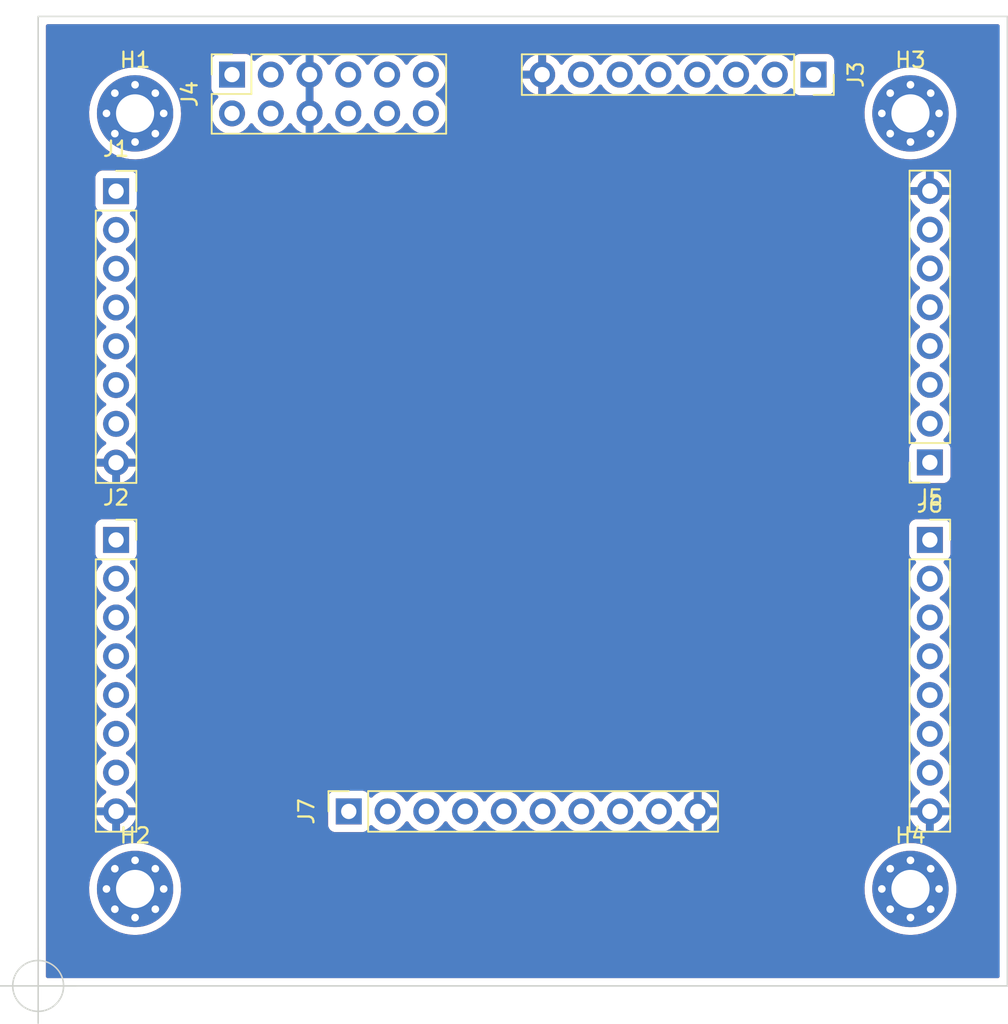
<source format=kicad_pcb>
(kicad_pcb (version 20211014) (generator pcbnew)
  (layers (0 "F.Cu" signal) (31 "B.Cu" signal) (34 "B.Paste" user) (35 "F.Paste" user) (36 "B.SilkS" user "B.Silkscreen") (37 "F.SilkS" user "F.Silkscreen") (38 "B.Mask" user) (39 "F.Mask" user) (44 "Edge.Cuts" user))
  (net 0 "")
  (net 1 "P1-0")
  (net 2 "P1-1")
  (net 3 "P1-2")
  (net 4 "P3-0")
  (net 5 "P3-1")
  (net 6 "P3-2")
  (net 7 "P3-3")
  (net 8 "GND")
  (net 9 "P4-7")
  (net 10 "P7-0")
  (net 11 "P7-1")
  (net 12 "P8-0")
  (net 13 "P1-3")
  (net 14 "P1-4")
  (net 15 "P1-5")
  (net 16 "P2-7")
  (net 17 "P2-3")
  (net 18 "P2-4")
  (net 19 "P5-4")
  (net 20 "P5-5")
  (net 21 "P5-6")
  (net 22 "P5-7")
  (net 23 "P2-2")
  (net 24 "P3-4")
  (net 25 "P3-5")
  (net 26 "P3-6")
  (net 27 "P3-7")
  (net 28 "P1-6")
  (net 29 "P1-7")
  (net 30 "P5-0")
  (net 31 "P5-1")
  (net 32 "P5-2")
  (net 33 "P5-3")
  (net 34 "P4-4")
  (net 35 "P4-5")
  (net 36 "P4-6")
  (net 37 "P7-2")
  (net 38 "P7-3")
  (net 39 "P7-4")
  (net 40 "P4-0")
  (net 41 "P4-1")
  (net 42 "P4-2")
  (net 43 "P4-3")
  (net 44 "P2-5")
  (net 45 "P2-6")
  (net 46 "5V")
  (net 47 "VCC")
  (net 48 "1")
  (net 49 "2")
  (net 50 "3")
  (net 51 "4")
  (net 52 "5")
  (net 53 "6")
  (footprint "Connector_PinSocket_2.54mm:PinSocket_1x08_P2.54mm_Vertical" (layer "F.Cu") (at 171.1706 110.236)
    (fp_text reference "J5" (at 0 -2.77) (layer "F.SilkS"))
    (fp_text value "Conn_34-40")
    (fp_line (start 1.33 1.27) (end 1.33 19.11) (layer "F.SilkS") (width 0.12))
    (fp_line (start -1.33 1.27) (end 1.33 1.27) (layer "F.SilkS") (width 0.12))
    (fp_line (start -1.33 1.27) (end -1.33 19.11) (layer "F.SilkS") (width 0.12))
    (fp_line (start -1.33 19.11) (end 1.33 19.11) (layer "F.SilkS") (width 0.12))
    (fp_line (start 0 -1.33) (end 1.33 -1.33) (layer "F.SilkS") (width 0.12))
    (fp_line (start 1.33 -1.33) (end 1.33 0) (layer "F.SilkS") (width 0.12))
    (pad "1" thru_hole rect locked (at 0 0) (size 1.7 1.7) (drill 1) (layers *.Cu *.Mask) (net 23 "P2-2"))
    (pad "2" thru_hole oval locked (at 0 2.54) (size 1.7 1.7) (drill 1) (layers *.Cu *.Mask) (net 24 "P3-4"))
    (pad "3" thru_hole oval locked (at 0 5.08) (size 1.7 1.7) (drill 1) (layers *.Cu *.Mask) (net 25 "P3-5"))
    (pad "4" thru_hole oval locked (at 0 7.62) (size 1.7 1.7) (drill 1) (layers *.Cu *.Mask) (net 26 "P3-6"))
    (pad "5" thru_hole oval locked (at 0 10.16) (size 1.7 1.7) (drill 1) (layers *.Cu *.Mask) (net 27 "P3-7"))
    (pad "6" thru_hole oval locked (at 0 12.7) (size 1.7 1.7) (drill 1) (layers *.Cu *.Mask) (net 28 "P1-6"))
    (pad "7" thru_hole oval locked (at 0 15.24) (size 1.7 1.7) (drill 1) (layers *.Cu *.Mask) (net 29 "P1-7"))
    (pad "8" thru_hole oval locked (at 0 17.78) (size 1.7 1.7) (drill 1) (layers *.Cu *.Mask) (net 8 "GND"))
  )
  (footprint "Connector_PinSocket_2.54mm:PinSocket_2x06_P2.54mm_Vertical" (layer "F.Cu") (at 125.4506 79.756 90)
    (fp_text reference "J4" (at -1.27 -2.77 90) (layer "F.SilkS"))
    (fp_text value "Conn_Power")
    (fp_line (start -1.27 -1.33) (end -1.27 1.27) (layer "F.SilkS") (width 0.12))
    (fp_line (start -3.87 -1.33) (end -1.27 -1.33) (layer "F.SilkS") (width 0.12))
    (fp_line (start 0 -1.33) (end 1.33 -1.33) (layer "F.SilkS") (width 0.12))
    (fp_line (start -3.87 -1.33) (end -3.87 14.03) (layer "F.SilkS") (width 0.12))
    (fp_line (start -3.87 14.03) (end 1.33 14.03) (layer "F.SilkS") (width 0.12))
    (fp_line (start 1.33 -1.33) (end 1.33 0) (layer "F.SilkS") (width 0.12))
    (fp_line (start -1.27 1.27) (end 1.33 1.27) (layer "F.SilkS") (width 0.12))
    (fp_line (start 1.33 1.27) (end 1.33 14.03) (layer "F.SilkS") (width 0.12))
    (pad "1" thru_hole rect locked (at 0 0 90) (size 1.7 1.7) (drill 1) (layers *.Cu *.Mask) (net 46 "5V"))
    (pad "2" thru_hole oval locked (at -2.54 0 90) (size 1.7 1.7) (drill 1) (layers *.Cu *.Mask) (net 46 "5V"))
    (pad "3" thru_hole oval locked (at 0 2.54 90) (size 1.7 1.7) (drill 1) (layers *.Cu *.Mask) (net 47 "VCC"))
    (pad "4" thru_hole oval locked (at -2.54 2.54 90) (size 1.7 1.7) (drill 1) (layers *.Cu *.Mask) (net 47 "VCC"))
    (pad "5" thru_hole oval locked (at 0 5.08 90) (size 1.7 1.7) (drill 1) (layers *.Cu *.Mask) (net 8 "GND"))
    (pad "6" thru_hole oval locked (at -2.54 5.08 90) (size 1.7 1.7) (drill 1) (layers *.Cu *.Mask) (net 8 "GND"))
    (pad "7" thru_hole oval locked (at 0 7.62 90) (size 1.7 1.7) (drill 1) (layers *.Cu *.Mask) (net 48 "1"))
    (pad "8" thru_hole oval locked (at -2.54 7.62 90) (size 1.7 1.7) (drill 1) (layers *.Cu *.Mask) (net 49 "2"))
    (pad "9" thru_hole oval locked (at 0 10.16 90) (size 1.7 1.7) (drill 1) (layers *.Cu *.Mask) (net 50 "3"))
    (pad "10" thru_hole oval locked (at -2.54 10.16 90) (size 1.7 1.7) (drill 1) (layers *.Cu *.Mask) (net 51 "4"))
    (pad "11" thru_hole oval locked (at 0 12.7 90) (size 1.7 1.7) (drill 1) (layers *.Cu *.Mask) (net 52 "5"))
    (pad "12" thru_hole oval locked (at -2.54 12.7 90) (size 1.7 1.7) (drill 1) (layers *.Cu *.Mask) (net 53 "6"))
  )
  (footprint "Connector_PinSocket_2.54mm:PinSocket_1x08_P2.54mm_Vertical" (layer "F.Cu") (at 117.8556 87.391)
    (fp_text reference "J1" (at 0 -2.77) (layer "F.SilkS"))
    (fp_text value "Conn_1-7")
    (fp_line (start 1.33 1.27) (end 1.33 19.11) (layer "F.SilkS") (width 0.12))
    (fp_line (start 0 -1.33) (end 1.33 -1.33) (layer "F.SilkS") (width 0.12))
    (fp_line (start -1.33 1.27) (end -1.33 19.11) (layer "F.SilkS") (width 0.12))
    (fp_line (start -1.33 19.11) (end 1.33 19.11) (layer "F.SilkS") (width 0.12))
    (fp_line (start 1.33 -1.33) (end 1.33 0) (layer "F.SilkS") (width 0.12))
    (fp_line (start -1.33 1.27) (end 1.33 1.27) (layer "F.SilkS") (width 0.12))
    (pad "1" thru_hole rect locked (at 0 0) (size 1.7 1.7) (drill 1) (layers *.Cu *.Mask) (net 1 "P1-0"))
    (pad "2" thru_hole oval locked (at 0 2.54) (size 1.7 1.7) (drill 1) (layers *.Cu *.Mask) (net 2 "P1-1"))
    (pad "3" thru_hole oval locked (at 0 5.08) (size 1.7 1.7) (drill 1) (layers *.Cu *.Mask) (net 3 "P1-2"))
    (pad "4" thru_hole oval locked (at 0 7.62) (size 1.7 1.7) (drill 1) (layers *.Cu *.Mask) (net 4 "P3-0"))
    (pad "5" thru_hole oval locked (at 0 10.16) (size 1.7 1.7) (drill 1) (layers *.Cu *.Mask) (net 5 "P3-1"))
    (pad "6" thru_hole oval locked (at 0 12.7) (size 1.7 1.7) (drill 1) (layers *.Cu *.Mask) (net 6 "P3-2"))
    (pad "7" thru_hole oval locked (at 0 15.24) (size 1.7 1.7) (drill 1) (layers *.Cu *.Mask) (net 7 "P3-3"))
    (pad "8" thru_hole oval locked (at 0 17.78) (size 1.7 1.7) (drill 1) (layers *.Cu *.Mask) (net 8 "GND"))
  )
  (footprint "MountingHole:MountingHole_2.5mm_Pad_Via" (layer "F.Cu") (at 119.1006 82.296)
    (fp_text reference "H1" (at 0 -3.5) (layer "F.SilkS"))
    (fp_text value "MountingHole")
    (pad "1" thru_hole circle locked (at -1.325825 -1.325825) (size 0.8 0.8) (drill 0.5) (layers *.Cu *.Mask))
    (pad "1" thru_hole circle locked (at 1.325825 1.325825) (size 0.8 0.8) (drill 0.5) (layers *.Cu *.Mask))
    (pad "1" thru_hole circle locked (at -1.325825 1.325825) (size 0.8 0.8) (drill 0.5) (layers *.Cu *.Mask))
    (pad "1" thru_hole circle locked (at 0 0) (size 5 5) (drill 2.5) (layers *.Cu *.Mask))
    (pad "1" thru_hole circle locked (at 0 -1.875) (size 0.8 0.8) (drill 0.5) (layers *.Cu *.Mask))
    (pad "1" thru_hole circle locked (at 1.325825 -1.325825) (size 0.8 0.8) (drill 0.5) (layers *.Cu *.Mask))
    (pad "1" thru_hole circle locked (at -1.875 0) (size 0.8 0.8) (drill 0.5) (layers *.Cu *.Mask))
    (pad "1" thru_hole circle locked (at 0 1.875) (size 0.8 0.8) (drill 0.5) (layers *.Cu *.Mask))
    (pad "1" thru_hole circle locked (at 1.875 0) (size 0.8 0.8) (drill 0.5) (layers *.Cu *.Mask))
  )
  (footprint "Connector_PinSocket_2.54mm:PinSocket_1x08_P2.54mm_Vertical" (layer "F.Cu") (at 163.5506 79.756 -90)
    (fp_text reference "J3" (at 0 -2.77 90) (layer "F.SilkS"))
    (fp_text value "Conn_50-56")
    (fp_line (start -1.33 1.27) (end 1.33 1.27) (layer "F.SilkS") (width 0.12))
    (fp_line (start -1.33 19.11) (end 1.33 19.11) (layer "F.SilkS") (width 0.12))
    (fp_line (start 0 -1.33) (end 1.33 -1.33) (layer "F.SilkS") (width 0.12))
    (fp_line (start 1.33 1.27) (end 1.33 19.11) (layer "F.SilkS") (width 0.12))
    (fp_line (start -1.33 1.27) (end -1.33 19.11) (layer "F.SilkS") (width 0.12))
    (fp_line (start 1.33 -1.33) (end 1.33 0) (layer "F.SilkS") (width 0.12))
    (pad "1" thru_hole rect locked (at 0 0 270) (size 1.7 1.7) (drill 1) (layers *.Cu *.Mask) (net 16 "P2-7"))
    (pad "2" thru_hole oval locked (at 0 2.54 270) (size 1.7 1.7) (drill 1) (layers *.Cu *.Mask) (net 17 "P2-3"))
    (pad "3" thru_hole oval locked (at 0 5.08 270) (size 1.7 1.7) (drill 1) (layers *.Cu *.Mask) (net 18 "P2-4"))
    (pad "4" thru_hole oval locked (at 0 7.62 270) (size 1.7 1.7) (drill 1) (layers *.Cu *.Mask) (net 19 "P5-4"))
    (pad "5" thru_hole oval locked (at 0 10.16 270) (size 1.7 1.7) (drill 1) (layers *.Cu *.Mask) (net 20 "P5-5"))
    (pad "6" thru_hole oval locked (at 0 12.7 270) (size 1.7 1.7) (drill 1) (layers *.Cu *.Mask) (net 21 "P5-6"))
    (pad "7" thru_hole oval locked (at 0 15.24 270) (size 1.7 1.7) (drill 1) (layers *.Cu *.Mask) (net 22 "P5-7"))
    (pad "8" thru_hole oval locked (at 0 17.78 270) (size 1.7 1.7) (drill 1) (layers *.Cu *.Mask) (net 8 "GND"))
  )
  (footprint "MountingHole:MountingHole_2.5mm_Pad_Via" (layer "F.Cu") (at 169.9006 133.096)
    (fp_text reference "H4" (at 0 -3.5) (layer "F.SilkS"))
    (fp_text value "MountingHole")
    (pad "1" thru_hole circle locked (at -1.325825 -1.325825) (size 0.8 0.8) (drill 0.5) (layers *.Cu *.Mask))
    (pad "1" thru_hole circle locked (at 1.325825 1.325825) (size 0.8 0.8) (drill 0.5) (layers *.Cu *.Mask))
    (pad "1" thru_hole circle locked (at 0 0) (size 5 5) (drill 2.5) (layers *.Cu *.Mask))
    (pad "1" thru_hole circle locked (at 1.325825 -1.325825) (size 0.8 0.8) (drill 0.5) (layers *.Cu *.Mask))
    (pad "1" thru_hole circle locked (at 0 1.875) (size 0.8 0.8) (drill 0.5) (layers *.Cu *.Mask))
    (pad "1" thru_hole circle locked (at 0 -1.875) (size 0.8 0.8) (drill 0.5) (layers *.Cu *.Mask))
    (pad "1" thru_hole circle locked (at -1.875 0) (size 0.8 0.8) (drill 0.5) (layers *.Cu *.Mask))
    (pad "1" thru_hole circle locked (at 1.875 0) (size 0.8 0.8) (drill 0.5) (layers *.Cu *.Mask))
    (pad "1" thru_hole circle locked (at -1.325825 1.325825) (size 0.8 0.8) (drill 0.5) (layers *.Cu *.Mask))
  )
  (footprint "MountingHole:MountingHole_2.5mm_Pad_Via" (layer "F.Cu") (at 169.9006 82.296)
    (fp_text reference "H3" (at 0 -3.5) (layer "F.SilkS"))
    (fp_text value "MountingHole")
    (pad "1" thru_hole circle locked (at 1.325825 -1.325825) (size 0.8 0.8) (drill 0.5) (layers *.Cu *.Mask))
    (pad "1" thru_hole circle locked (at 1.875 0) (size 0.8 0.8) (drill 0.5) (layers *.Cu *.Mask))
    (pad "1" thru_hole circle locked (at 0 -1.875) (size 0.8 0.8) (drill 0.5) (layers *.Cu *.Mask))
    (pad "1" thru_hole circle locked (at 0 0) (size 5 5) (drill 2.5) (layers *.Cu *.Mask))
    (pad "1" thru_hole circle locked (at -1.325825 1.325825) (size 0.8 0.8) (drill 0.5) (layers *.Cu *.Mask))
    (pad "1" thru_hole circle locked (at 1.325825 1.325825) (size 0.8 0.8) (drill 0.5) (layers *.Cu *.Mask))
    (pad "1" thru_hole circle locked (at -1.875 0) (size 0.8 0.8) (drill 0.5) (layers *.Cu *.Mask))
    (pad "1" thru_hole circle locked (at 0 1.875) (size 0.8 0.8) (drill 0.5) (layers *.Cu *.Mask))
    (pad "1" thru_hole circle locked (at -1.325825 -1.325825) (size 0.8 0.8) (drill 0.5) (layers *.Cu *.Mask))
  )
  (footprint "Connector_PinSocket_2.54mm:PinSocket_1x10_P2.54mm_Vertical" (layer "F.Cu") (at 133.1006 128.016 90)
    (fp_text reference "J7" (at 0 -2.77 90) (layer "F.SilkS"))
    (fp_text value "Conn_21-29")
    (fp_line (start -1.33 1.27) (end -1.33 24.19) (layer "F.SilkS") (width 0.12))
    (fp_line (start -1.33 24.19) (end 1.33 24.19) (layer "F.SilkS") (width 0.12))
    (fp_line (start -1.33 1.27) (end 1.33 1.27) (layer "F.SilkS") (width 0.12))
    (fp_line (start 0 -1.33) (end 1.33 -1.33) (layer "F.SilkS") (width 0.12))
    (fp_line (start 1.33 -1.33) (end 1.33 0) (layer "F.SilkS") (width 0.12))
    (fp_line (start 1.33 1.27) (end 1.33 24.19) (layer "F.SilkS") (width 0.12))
    (pad "1" thru_hole rect locked (at 0 0 90) (size 1.7 1.7) (drill 1) (layers *.Cu *.Mask) (net 37 "P7-2"))
    (pad "2" thru_hole oval locked (at 0 2.54 90) (size 1.7 1.7) (drill 1) (layers *.Cu *.Mask) (net 38 "P7-3"))
    (pad "3" thru_hole oval locked (at 0 5.08 90) (size 1.7 1.7) (drill 1) (layers *.Cu *.Mask) (net 39 "P7-4"))
    (pad "4" thru_hole oval locked (at 0 7.62 90) (size 1.7 1.7) (drill 1) (layers *.Cu *.Mask) (net 40 "P4-0"))
    (pad "5" thru_hole oval locked (at 0 10.16 90) (size 1.7 1.7) (drill 1) (layers *.Cu *.Mask) (net 41 "P4-1"))
    (pad "6" thru_hole oval locked (at 0 12.7 90) (size 1.7 1.7) (drill 1) (layers *.Cu *.Mask) (net 42 "P4-2"))
    (pad "7" thru_hole oval locked (at 0 15.24 90) (size 1.7 1.7) (drill 1) (layers *.Cu *.Mask) (net 43 "P4-3"))
    (pad "8" thru_hole oval locked (at 0 17.78 90) (size 1.7 1.7) (drill 1) (layers *.Cu *.Mask) (net 44 "P2-5"))
    (pad "9" thru_hole oval locked (at 0 20.32 90) (size 1.7 1.7) (drill 1) (layers *.Cu *.Mask) (net 45 "P2-6"))
    (pad "10" thru_hole oval locked (at 0 22.86 90) (size 1.7 1.7) (drill 1) (layers *.Cu *.Mask) (net 8 "GND"))
  )
  (footprint "MountingHole:MountingHole_2.5mm_Pad_Via" (layer "F.Cu") (at 119.1006 133.096)
    (fp_text reference "H2" (at 0 -3.5) (layer "F.SilkS"))
    (fp_text value "MountingHole")
    (pad "1" thru_hole circle locked (at -1.325825 1.325825) (size 0.8 0.8) (drill 0.5) (layers *.Cu *.Mask))
    (pad "1" thru_hole circle locked (at 1.325825 -1.325825) (size 0.8 0.8) (drill 0.5) (layers *.Cu *.Mask))
    (pad "1" thru_hole circle locked (at 1.325825 1.325825) (size 0.8 0.8) (drill 0.5) (layers *.Cu *.Mask))
    (pad "1" thru_hole circle locked (at 0 -1.875) (size 0.8 0.8) (drill 0.5) (layers *.Cu *.Mask))
    (pad "1" thru_hole circle locked (at 1.875 0) (size 0.8 0.8) (drill 0.5) (layers *.Cu *.Mask))
    (pad "1" thru_hole circle locked (at 0 0) (size 5 5) (drill 2.5) (layers *.Cu *.Mask))
    (pad "1" thru_hole circle locked (at -1.875 0) (size 0.8 0.8) (drill 0.5) (layers *.Cu *.Mask))
    (pad "1" thru_hole circle locked (at 0 1.875) (size 0.8 0.8) (drill 0.5) (layers *.Cu *.Mask))
    (pad "1" thru_hole circle locked (at -1.325825 -1.325825) (size 0.8 0.8) (drill 0.5) (layers *.Cu *.Mask))
  )
  (footprint "Connector_PinSocket_2.54mm:PinSocket_1x08_P2.54mm_Vertical" (layer "F.Cu") (at 117.8556 110.236)
    (fp_text reference "J2" (at 0 -2.77) (layer "F.SilkS"))
    (fp_text value "Conn_8-14")
    (fp_line (start 1.33 -1.33) (end 1.33 0) (layer "F.SilkS") (width 0.12))
    (fp_line (start -1.33 1.27) (end 1.33 1.27) (layer "F.SilkS") (width 0.12))
    (fp_line (start 1.33 1.27) (end 1.33 19.11) (layer "F.SilkS") (width 0.12))
    (fp_line (start -1.33 19.11) (end 1.33 19.11) (layer "F.SilkS") (width 0.12))
    (fp_line (start 0 -1.33) (end 1.33 -1.33) (layer "F.SilkS") (width 0.12))
    (fp_line (start -1.33 1.27) (end -1.33 19.11) (layer "F.SilkS") (width 0.12))
    (pad "1" thru_hole rect locked (at 0 0) (size 1.7 1.7) (drill 1) (layers *.Cu *.Mask) (net 9 "P4-7"))
    (pad "2" thru_hole oval locked (at 0 2.54) (size 1.7 1.7) (drill 1) (layers *.Cu *.Mask) (net 10 "P7-0"))
    (pad "3" thru_hole oval locked (at 0 5.08) (size 1.7 1.7) (drill 1) (layers *.Cu *.Mask) (net 11 "P7-1"))
    (pad "4" thru_hole oval locked (at 0 7.62) (size 1.7 1.7) (drill 1) (layers *.Cu *.Mask) (net 12 "P8-0"))
    (pad "5" thru_hole oval locked (at 0 10.16) (size 1.7 1.7) (drill 1) (layers *.Cu *.Mask) (net 13 "P1-3"))
    (pad "6" thru_hole oval locked (at 0 12.7) (size 1.7 1.7) (drill 1) (layers *.Cu *.Mask) (net 14 "P1-4"))
    (pad "7" thru_hole oval locked (at 0 15.24) (size 1.7 1.7) (drill 1) (layers *.Cu *.Mask) (net 15 "P1-5"))
    (pad "8" thru_hole oval locked (at 0 17.78) (size 1.7 1.7) (drill 1) (layers *.Cu *.Mask) (net 8 "GND"))
  )
  (footprint "Connector_PinSocket_2.54mm:PinSocket_1x08_P2.54mm_Vertical" (layer "F.Cu") (at 171.1706 105.156 180)
    (fp_text reference "J6" (at 0 -2.77) (layer "F.SilkS"))
    (fp_text value "Conn_41-47")
    (fp_line (start 1.33 1.27) (end 1.33 19.11) (layer "F.SilkS") (width 0.12))
    (fp_line (start -1.33 19.11) (end 1.33 19.11) (layer "F.SilkS") (width 0.12))
    (fp_line (start 1.33 -1.33) (end 1.33 0) (layer "F.SilkS") (width 0.12))
    (fp_line (start -1.33 1.27) (end 1.33 1.27) (layer "F.SilkS") (width 0.12))
    (fp_line (start -1.33 1.27) (end -1.33 19.11) (layer "F.SilkS") (width 0.12))
    (fp_line (start 0 -1.33) (end 1.33 -1.33) (layer "F.SilkS") (width 0.12))
    (pad "1" thru_hole rect locked (at 0 0 180) (size 1.7 1.7) (drill 1) (layers *.Cu *.Mask) (net 30 "P5-0"))
    (pad "2" thru_hole oval locked (at 0 2.54 180) (size 1.7 1.7) (drill 1) (layers *.Cu *.Mask) (net 31 "P5-1"))
    (pad "3" thru_hole oval locked (at 0 5.08 180) (size 1.7 1.7) (drill 1) (layers *.Cu *.Mask) (net 32 "P5-2"))
    (pad "4" thru_hole oval locked (at 0 7.62 180) (size 1.7 1.7) (drill 1) (layers *.Cu *.Mask) (net 33 "P5-3"))
    (pad "5" thru_hole oval locked (at 0 10.16 180) (size 1.7 1.7) (drill 1) (layers *.Cu *.Mask) (net 34 "P4-4"))
    (pad "6" thru_hole oval locked (at 0 12.7 180) (size 1.7 1.7) (drill 1) (layers *.Cu *.Mask) (net 35 "P4-5"))
    (pad "7" thru_hole oval locked (at 0 15.24 180) (size 1.7 1.7) (drill 1) (layers *.Cu *.Mask) (net 36 "P4-6"))
    (pad "8" thru_hole oval locked (at 0 17.78 180) (size 1.7 1.7) (drill 1) (layers *.Cu *.Mask) (net 8 "GND"))
  )
  (gr_rect (start 112.7506 139.446) (end 176.2506 75.946) (layer "Edge.Cuts") (width 0.1) (fill none))
  (target plus (at 112.7506 139.446) (size 5) (width 0.1) (layer "Edge.Cuts"))
  (zone (net 8) (net_name "GND") (layer "F.Cu") (connect_pads (clearance 0.508)) (min_thickness 0.254) (fill yes (thermal_gap 0.508) (thermal_bridge_width 0.508))
    (polygon (pts (xy 176.2506 139.446) (xy 112.7506 139.446) (xy 112.7506 75.946) (xy 176.2506 75.946)))
  )
  (zone (net 8) (net_name "GND") (layer "B.Cu") (connect_pads (clearance 0.508)) (min_thickness 0.254) (fill yes (thermal_gap 0.508) (thermal_bridge_width 0.508))
    (polygon (pts (xy 176.2506 139.446) (xy 112.7506 139.446) (xy 112.7506 75.946) (xy 176.2506 75.946)))
  )
)
</source>
